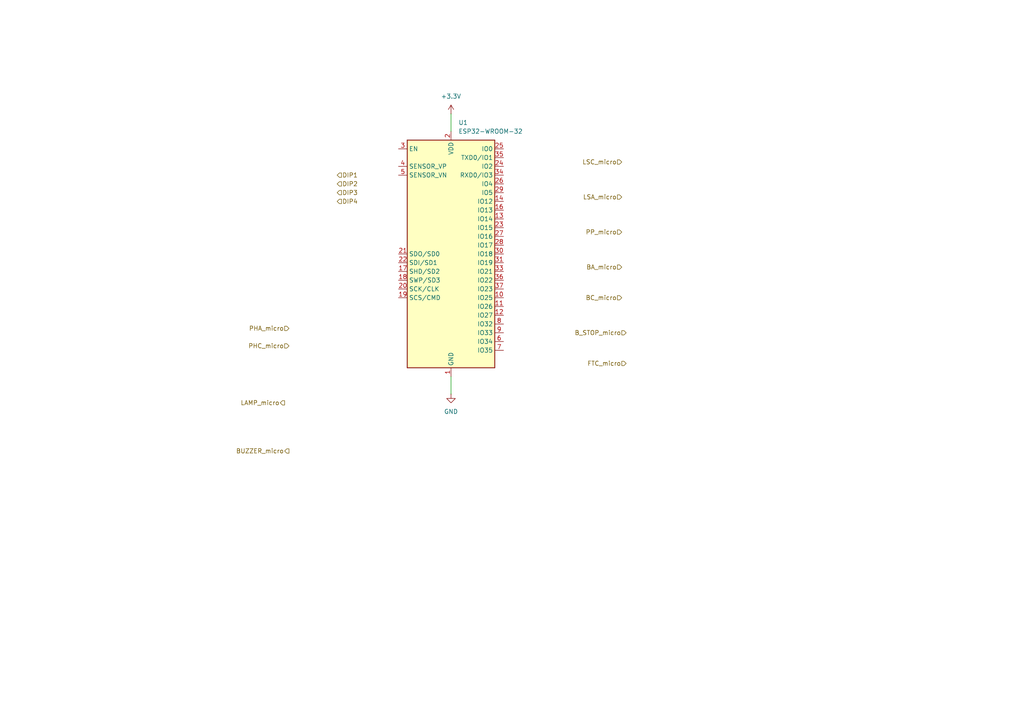
<source format=kicad_sch>
(kicad_sch (version 20250114) (generator "eeschema") (generator_version "9.0")
  (paper "A4")
  (lib_symbols
    (symbol "RF_Module:ESP32-WROOM-32"
      (property "Reference" "U" (at -12.7 34.29 0))
      (property "Value" "ESP32-WROOM-32" (at 1.27 34.29 0))
      (symbol "ESP32-WROOM-32_0_1"
        (rectangle (start -12.7 33.02) (end 12.7 -33.02) (stroke (width 0.254)) (fill (type background)))
      )
      (symbol "ESP32-WROOM-32_1_1"
        (pin input line (at -15.24 30.48 0) (length 2.54) (name "EN") (number "3"))
        (pin input line (at -15.24 25.4 0) (length 2.54) (name "SENSOR_VP") (number "4"))
        (pin input line (at -15.24 22.86 0) (length 2.54) (name "SENSOR_VN") (number "5"))
        (pin bidirectional line (at -15.24 0 0) (length 2.54) (name "SDO/SD0") (number "21"))
        (pin bidirectional line (at -15.24 -2.54 0) (length 2.54) (name "SDI/SD1") (number "22"))
        (pin bidirectional line (at -15.24 -5.08 0) (length 2.54) (name "SHD/SD2") (number "17"))
        (pin bidirectional line (at -15.24 -7.62 0) (length 2.54) (name "SWP/SD3") (number "18"))
        (pin bidirectional line (at -15.24 -10.16 0) (length 2.54) (name "SCK/CLK") (number "20"))
        (pin bidirectional line (at -15.24 -12.7 0) (length 2.54) (name "SCS/CMD") (number "19"))
        (pin no_connect line (at -12.7 -27.94 0) (length 2.54) (hide yes) (name "NC") (number "32"))
        (pin power_in line (at 0 35.56 270) (length 2.54) (name "VDD") (number "2"))
        (pin power_in line (at 0 -35.56 90) (length 2.54) (name "GND") (number "1"))
        (pin passive line (at 0 -35.56 90) (length 2.54) (hide yes) (name "GND") (number "15"))
        (pin passive line (at 0 -35.56 90) (length 2.54) (hide yes) (name "GND") (number "38"))
        (pin passive line (at 0 -35.56 90) (length 2.54) (hide yes) (name "GND") (number "39"))
        (pin bidirectional line (at 15.24 30.48 180) (length 2.54) (name "IO0") (number "25"))
        (pin bidirectional line (at 15.24 27.94 180) (length 2.54) (name "TXD0/IO1") (number "35"))
        (pin bidirectional line (at 15.24 25.4 180) (length 2.54) (name "IO2") (number "24"))
        (pin bidirectional line (at 15.24 22.86 180) (length 2.54) (name "RXD0/IO3") (number "34"))
        (pin bidirectional line (at 15.24 20.32 180) (length 2.54) (name "IO4") (number "26"))
        (pin bidirectional line (at 15.24 17.78 180) (length 2.54) (name "IO5") (number "29"))
        (pin bidirectional line (at 15.24 15.24 180) (length 2.54) (name "IO12") (number "14"))
        (pin bidirectional line (at 15.24 12.7 180) (length 2.54) (name "IO13") (number "16"))
        (pin bidirectional line (at 15.24 10.16 180) (length 2.54) (name "IO14") (number "13"))
        (pin bidirectional line (at 15.24 7.62 180) (length 2.54) (name "IO15") (number "23"))
        (pin bidirectional line (at 15.24 5.08 180) (length 2.54) (name "IO16") (number "27"))
        (pin bidirectional line (at 15.24 2.54 180) (length 2.54) (name "IO17") (number "28"))
        (pin bidirectional line (at 15.24 0 180) (length 2.54) (name "IO18") (number "30"))
        (pin bidirectional line (at 15.24 -2.54 180) (length 2.54) (name "IO19") (number "31"))
        (pin bidirectional line (at 15.24 -5.08 180) (length 2.54) (name "IO21") (number "33"))
        (pin bidirectional line (at 15.24 -7.62 180) (length 2.54) (name "IO22") (number "36"))
        (pin bidirectional line (at 15.24 -10.16 180) (length 2.54) (name "IO23") (number "37"))
        (pin bidirectional line (at 15.24 -12.7 180) (length 2.54) (name "IO25") (number "10"))
        (pin bidirectional line (at 15.24 -15.24 180) (length 2.54) (name "IO26") (number "11"))
        (pin bidirectional line (at 15.24 -17.78 180) (length 2.54) (name "IO27") (number "12"))
        (pin bidirectional line (at 15.24 -20.32 180) (length 2.54) (name "IO32") (number "8"))
        (pin bidirectional line (at 15.24 -22.86 180) (length 2.54) (name "IO33") (number "9"))
        (pin input line (at 15.24 -25.4 180) (length 2.54) (name "IO34") (number "6"))
        (pin input line (at 15.24 -27.94 180) (length 2.54) (name "IO35") (number "7"))
      )
    )
    (symbol "power:+3.3V" (power) (pin_numbers (hide yes)) (pin_names (offset 0) (hide yes))
      (property "Value" "+3.3V" (at 0 3.556 0))
      (symbol "+3.3V_0_1"
        (polyline (pts (xy -0.762 1.27) (xy 0 2.54)))
        (polyline (pts (xy 0 2.54) (xy 0.762 1.27)))
        (polyline (pts (xy 0 0) (xy 0 2.54)))
      )
      (symbol "+3.3V_1_1"
        (pin power_in line (at 0 0 90) (length 0) (name "~") (number "1"))
      )
    )
    (symbol "power:GND" (power) (pin_numbers (hide yes)) (pin_names (offset 0) (hide yes))
      (property "Value" "GND" (at 0 -3.81 0))
      (symbol "GND_0_1"
        (polyline (pts (xy 0 0) (xy 0 -1.27) (xy 1.27 -1.27) (xy 0 -2.54) (xy -1.27 -1.27) (xy 0 -1.27)))
      )
      (symbol "GND_1_1"
        (pin power_in line (at 0 0 270) (length 0) (name "~") (number "1"))
      )
    )
  )
  (wire (pts (xy 130.81 33.02) (xy 130.81 38.1)))
  (wire (pts (xy 130.81 109.22) (xy 130.81 114.3)))
  (hierarchical_label "B_STOP_micro" (shape input) (at 181.61 96.52 180))
  (hierarchical_label "PP_micro" (shape input) (at 180.34 67.31 180))
  (hierarchical_label "LSA_micro" (shape input) (at 180.34 57.15 180))
  (hierarchical_label "DIP4" (shape input) (at 97.79 58.42 0))
  (hierarchical_label "BC_micro" (shape input) (at 180.34 86.36 180))
  (hierarchical_label "DIP2" (shape input) (at 97.79 53.34 0))
  (hierarchical_label "BA_micro" (shape input) (at 180.34 77.47 180))
  (hierarchical_label "FTC_micro" (shape input) (at 181.61 105.41 180))
  (hierarchical_label "PHA_micro" (shape input) (at 83.82 95.25 180))
  (hierarchical_label "PHC_micro" (shape input) (at 83.82 100.33 180))
  (hierarchical_label "BUZZER_micro" (shape output) (at 83.82 130.81 180))
  (hierarchical_label "DIP1" (shape input) (at 97.79 50.8 0))
  (hierarchical_label "DIP3" (shape input) (at 97.79 55.88 0))
  (hierarchical_label "LSC_micro" (shape input) (at 180.34 46.99 180))
  (hierarchical_label "LAMP_micro" (shape output) (at 82.55 116.84 180))
  (symbol (lib_id "RF_Module:ESP32-WROOM-32") (at 130.81 73.66 0) (unit 1)
    (property "Reference" "U1" (at 132.9533 35.56 0) (effects (justify left)))
    (property "Value" "ESP32-WROOM-32" (at 132.9533 38.1 0) (effects (justify left)))
    (property "Footprint" "RF_Module:ESP32-WROOM-32" (effects (hide yes)))
    (property "Datasheet" "https://www.espressif.com/sites/default/files/documentation/esp32-wroom-32_datasheet_en.pdf" (effects (hide yes)))
    (property "Description" "RF Module, ESP32-D0WDQ6 SoC, Wi-Fi 802.11b/g/n, Bluetooth, BLE, 32-bit, 2.7-3.6V, onboard antenna, SMD" (effects (hide yes)))
  )
  (symbol (lib_id "power:GND") (at 130.81 114.3 0) (unit 1)
    (property "Reference" "#PWR010" (effects (hide yes)))
    (property "Value" "GND" (at 130.81 119.38 0))
    (property "Description" "Power symbol creates a global label with name \"GND\" , ground" (effects (hide yes)))
  )
  (symbol (lib_id "power:+3.3V") (at 130.81 33.02 0) (unit 1)
    (property "Reference" "#PWR09" (effects (hide yes)))
    (property "Value" "+3.3V" (at 130.81 27.94 0))
    (property "Description" "Power symbol creates a global label with name \"+3.3V\"" (effects (hide yes)))
  )
)
</source>
